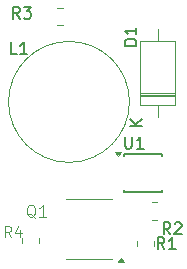
<source format=gbr>
%TF.GenerationSoftware,KiCad,Pcbnew,9.0.4*%
%TF.CreationDate,2025-11-07T15:23:53-06:00*%
%TF.ProjectId,solenoid_breakoutboard,736f6c65-6e6f-4696-945f-627265616b6f,rev?*%
%TF.SameCoordinates,Original*%
%TF.FileFunction,Legend,Top*%
%TF.FilePolarity,Positive*%
%FSLAX46Y46*%
G04 Gerber Fmt 4.6, Leading zero omitted, Abs format (unit mm)*
G04 Created by KiCad (PCBNEW 9.0.4) date 2025-11-07 15:23:53*
%MOMM*%
%LPD*%
G01*
G04 APERTURE LIST*
%ADD10C,0.150000*%
%ADD11C,0.125000*%
%ADD12C,0.100000*%
%ADD13C,0.120000*%
G04 APERTURE END LIST*
D10*
X129083333Y-93954819D02*
X128750000Y-93478628D01*
X128511905Y-93954819D02*
X128511905Y-92954819D01*
X128511905Y-92954819D02*
X128892857Y-92954819D01*
X128892857Y-92954819D02*
X128988095Y-93002438D01*
X128988095Y-93002438D02*
X129035714Y-93050057D01*
X129035714Y-93050057D02*
X129083333Y-93145295D01*
X129083333Y-93145295D02*
X129083333Y-93288152D01*
X129083333Y-93288152D02*
X129035714Y-93383390D01*
X129035714Y-93383390D02*
X128988095Y-93431009D01*
X128988095Y-93431009D02*
X128892857Y-93478628D01*
X128892857Y-93478628D02*
X128511905Y-93478628D01*
X129464286Y-93050057D02*
X129511905Y-93002438D01*
X129511905Y-93002438D02*
X129607143Y-92954819D01*
X129607143Y-92954819D02*
X129845238Y-92954819D01*
X129845238Y-92954819D02*
X129940476Y-93002438D01*
X129940476Y-93002438D02*
X129988095Y-93050057D01*
X129988095Y-93050057D02*
X130035714Y-93145295D01*
X130035714Y-93145295D02*
X130035714Y-93240533D01*
X130035714Y-93240533D02*
X129988095Y-93383390D01*
X129988095Y-93383390D02*
X129416667Y-93954819D01*
X129416667Y-93954819D02*
X130035714Y-93954819D01*
D11*
X117654761Y-92551357D02*
X117559523Y-92503738D01*
X117559523Y-92503738D02*
X117464285Y-92408500D01*
X117464285Y-92408500D02*
X117321428Y-92265642D01*
X117321428Y-92265642D02*
X117226190Y-92218023D01*
X117226190Y-92218023D02*
X117130952Y-92218023D01*
X117178571Y-92456119D02*
X117083333Y-92408500D01*
X117083333Y-92408500D02*
X116988095Y-92313261D01*
X116988095Y-92313261D02*
X116940476Y-92122785D01*
X116940476Y-92122785D02*
X116940476Y-91789452D01*
X116940476Y-91789452D02*
X116988095Y-91598976D01*
X116988095Y-91598976D02*
X117083333Y-91503738D01*
X117083333Y-91503738D02*
X117178571Y-91456119D01*
X117178571Y-91456119D02*
X117369047Y-91456119D01*
X117369047Y-91456119D02*
X117464285Y-91503738D01*
X117464285Y-91503738D02*
X117559523Y-91598976D01*
X117559523Y-91598976D02*
X117607142Y-91789452D01*
X117607142Y-91789452D02*
X117607142Y-92122785D01*
X117607142Y-92122785D02*
X117559523Y-92313261D01*
X117559523Y-92313261D02*
X117464285Y-92408500D01*
X117464285Y-92408500D02*
X117369047Y-92456119D01*
X117369047Y-92456119D02*
X117178571Y-92456119D01*
X118559523Y-92456119D02*
X117988095Y-92456119D01*
X118273809Y-92456119D02*
X118273809Y-91456119D01*
X118273809Y-91456119D02*
X118178571Y-91598976D01*
X118178571Y-91598976D02*
X118083333Y-91694214D01*
X118083333Y-91694214D02*
X117988095Y-91741833D01*
D10*
X116333333Y-75704819D02*
X116000000Y-75228628D01*
X115761905Y-75704819D02*
X115761905Y-74704819D01*
X115761905Y-74704819D02*
X116142857Y-74704819D01*
X116142857Y-74704819D02*
X116238095Y-74752438D01*
X116238095Y-74752438D02*
X116285714Y-74800057D01*
X116285714Y-74800057D02*
X116333333Y-74895295D01*
X116333333Y-74895295D02*
X116333333Y-75038152D01*
X116333333Y-75038152D02*
X116285714Y-75133390D01*
X116285714Y-75133390D02*
X116238095Y-75181009D01*
X116238095Y-75181009D02*
X116142857Y-75228628D01*
X116142857Y-75228628D02*
X115761905Y-75228628D01*
X116666667Y-74704819D02*
X117285714Y-74704819D01*
X117285714Y-74704819D02*
X116952381Y-75085771D01*
X116952381Y-75085771D02*
X117095238Y-75085771D01*
X117095238Y-75085771D02*
X117190476Y-75133390D01*
X117190476Y-75133390D02*
X117238095Y-75181009D01*
X117238095Y-75181009D02*
X117285714Y-75276247D01*
X117285714Y-75276247D02*
X117285714Y-75514342D01*
X117285714Y-75514342D02*
X117238095Y-75609580D01*
X117238095Y-75609580D02*
X117190476Y-75657200D01*
X117190476Y-75657200D02*
X117095238Y-75704819D01*
X117095238Y-75704819D02*
X116809524Y-75704819D01*
X116809524Y-75704819D02*
X116714286Y-75657200D01*
X116714286Y-75657200D02*
X116666667Y-75609580D01*
X116083333Y-78704819D02*
X115607143Y-78704819D01*
X115607143Y-78704819D02*
X115607143Y-77704819D01*
X116940476Y-78704819D02*
X116369048Y-78704819D01*
X116654762Y-78704819D02*
X116654762Y-77704819D01*
X116654762Y-77704819D02*
X116559524Y-77847676D01*
X116559524Y-77847676D02*
X116464286Y-77942914D01*
X116464286Y-77942914D02*
X116369048Y-77990533D01*
X126204819Y-77988094D02*
X125204819Y-77988094D01*
X125204819Y-77988094D02*
X125204819Y-77749999D01*
X125204819Y-77749999D02*
X125252438Y-77607142D01*
X125252438Y-77607142D02*
X125347676Y-77511904D01*
X125347676Y-77511904D02*
X125442914Y-77464285D01*
X125442914Y-77464285D02*
X125633390Y-77416666D01*
X125633390Y-77416666D02*
X125776247Y-77416666D01*
X125776247Y-77416666D02*
X125966723Y-77464285D01*
X125966723Y-77464285D02*
X126061961Y-77511904D01*
X126061961Y-77511904D02*
X126157200Y-77607142D01*
X126157200Y-77607142D02*
X126204819Y-77749999D01*
X126204819Y-77749999D02*
X126204819Y-77988094D01*
X126204819Y-76464285D02*
X126204819Y-77035713D01*
X126204819Y-76749999D02*
X125204819Y-76749999D01*
X125204819Y-76749999D02*
X125347676Y-76845237D01*
X125347676Y-76845237D02*
X125442914Y-76940475D01*
X125442914Y-76940475D02*
X125490533Y-77035713D01*
X126704819Y-84761904D02*
X125704819Y-84761904D01*
X126704819Y-84190476D02*
X126133390Y-84619047D01*
X125704819Y-84190476D02*
X126276247Y-84761904D01*
X125238095Y-85704819D02*
X125238095Y-86514342D01*
X125238095Y-86514342D02*
X125285714Y-86609580D01*
X125285714Y-86609580D02*
X125333333Y-86657200D01*
X125333333Y-86657200D02*
X125428571Y-86704819D01*
X125428571Y-86704819D02*
X125619047Y-86704819D01*
X125619047Y-86704819D02*
X125714285Y-86657200D01*
X125714285Y-86657200D02*
X125761904Y-86609580D01*
X125761904Y-86609580D02*
X125809523Y-86514342D01*
X125809523Y-86514342D02*
X125809523Y-85704819D01*
X126809523Y-86704819D02*
X126238095Y-86704819D01*
X126523809Y-86704819D02*
X126523809Y-85704819D01*
X126523809Y-85704819D02*
X126428571Y-85847676D01*
X126428571Y-85847676D02*
X126333333Y-85942914D01*
X126333333Y-85942914D02*
X126238095Y-85990533D01*
X128583333Y-95204819D02*
X128250000Y-94728628D01*
X128011905Y-95204819D02*
X128011905Y-94204819D01*
X128011905Y-94204819D02*
X128392857Y-94204819D01*
X128392857Y-94204819D02*
X128488095Y-94252438D01*
X128488095Y-94252438D02*
X128535714Y-94300057D01*
X128535714Y-94300057D02*
X128583333Y-94395295D01*
X128583333Y-94395295D02*
X128583333Y-94538152D01*
X128583333Y-94538152D02*
X128535714Y-94633390D01*
X128535714Y-94633390D02*
X128488095Y-94681009D01*
X128488095Y-94681009D02*
X128392857Y-94728628D01*
X128392857Y-94728628D02*
X128011905Y-94728628D01*
X129535714Y-95204819D02*
X128964286Y-95204819D01*
X129250000Y-95204819D02*
X129250000Y-94204819D01*
X129250000Y-94204819D02*
X129154762Y-94347676D01*
X129154762Y-94347676D02*
X129059524Y-94442914D01*
X129059524Y-94442914D02*
X128964286Y-94490533D01*
D12*
X115600000Y-94161157D02*
X115300000Y-93732585D01*
X115085714Y-94161157D02*
X115085714Y-93261157D01*
X115085714Y-93261157D02*
X115428571Y-93261157D01*
X115428571Y-93261157D02*
X115514286Y-93304014D01*
X115514286Y-93304014D02*
X115557143Y-93346871D01*
X115557143Y-93346871D02*
X115600000Y-93432585D01*
X115600000Y-93432585D02*
X115600000Y-93561157D01*
X115600000Y-93561157D02*
X115557143Y-93646871D01*
X115557143Y-93646871D02*
X115514286Y-93689728D01*
X115514286Y-93689728D02*
X115428571Y-93732585D01*
X115428571Y-93732585D02*
X115085714Y-93732585D01*
X116371429Y-93561157D02*
X116371429Y-94161157D01*
X116157143Y-93218300D02*
X115942857Y-93861157D01*
X115942857Y-93861157D02*
X116500000Y-93861157D01*
D13*
%TO.C,R2*%
X127522936Y-91265000D02*
X127977064Y-91265000D01*
X127522936Y-92735000D02*
X127977064Y-92735000D01*
%TO.C,Q1*%
X122225000Y-90940000D02*
X120275000Y-90940000D01*
X122225000Y-90940000D02*
X124175000Y-90940000D01*
X122225000Y-96060000D02*
X120275000Y-96060000D01*
X122225000Y-96060000D02*
X124175000Y-96060000D01*
X125165000Y-96295000D02*
X124685000Y-96295000D01*
X124925000Y-95965000D01*
X125165000Y-96295000D01*
G36*
X125165000Y-96295000D02*
G01*
X124685000Y-96295000D01*
X124925000Y-95965000D01*
X125165000Y-96295000D01*
G37*
%TO.C,R3*%
X119977064Y-74765000D02*
X119522936Y-74765000D01*
X119977064Y-76235000D02*
X119522936Y-76235000D01*
%TO.C,L1*%
X125620000Y-82750000D02*
G75*
G02*
X115380000Y-82750000I-5120000J0D01*
G01*
X115380000Y-82750000D02*
G75*
G02*
X125620000Y-82750000I5120000J0D01*
G01*
%TO.C,D1*%
X126530000Y-82030000D02*
X129470000Y-82030000D01*
X126530000Y-82150000D02*
X129470000Y-82150000D01*
X126530000Y-82270000D02*
X129470000Y-82270000D01*
X128000000Y-76590000D02*
X128000000Y-77610000D01*
X128000000Y-84070000D02*
X128000000Y-83050000D01*
X126530000Y-83050000D02*
X129470000Y-83050000D01*
X129470000Y-77610000D01*
X126530000Y-77610000D01*
X126530000Y-83050000D01*
D10*
%TO.C,U1*%
X125125000Y-87125000D02*
X125125000Y-87300000D01*
X125125000Y-87125000D02*
X128375000Y-87125000D01*
X125125000Y-90200000D02*
X125125000Y-90375000D01*
X125125000Y-90375000D02*
X128375000Y-90375000D01*
X128375000Y-87125000D02*
X128375000Y-87300000D01*
X128375000Y-90200000D02*
X128375000Y-90375000D01*
D13*
X124650000Y-87300000D02*
X124410000Y-86970000D01*
X124890000Y-86970000D01*
X124650000Y-87300000D01*
G36*
X124650000Y-87300000D02*
G01*
X124410000Y-86970000D01*
X124890000Y-86970000D01*
X124650000Y-87300000D01*
G37*
%TO.C,R1*%
X126265000Y-94977064D02*
X126265000Y-94522936D01*
X127735000Y-94977064D02*
X127735000Y-94522936D01*
%TO.C,R4*%
X116515000Y-94272936D02*
X116515000Y-94727064D01*
X117985000Y-94272936D02*
X117985000Y-94727064D01*
%TD*%
M02*

</source>
